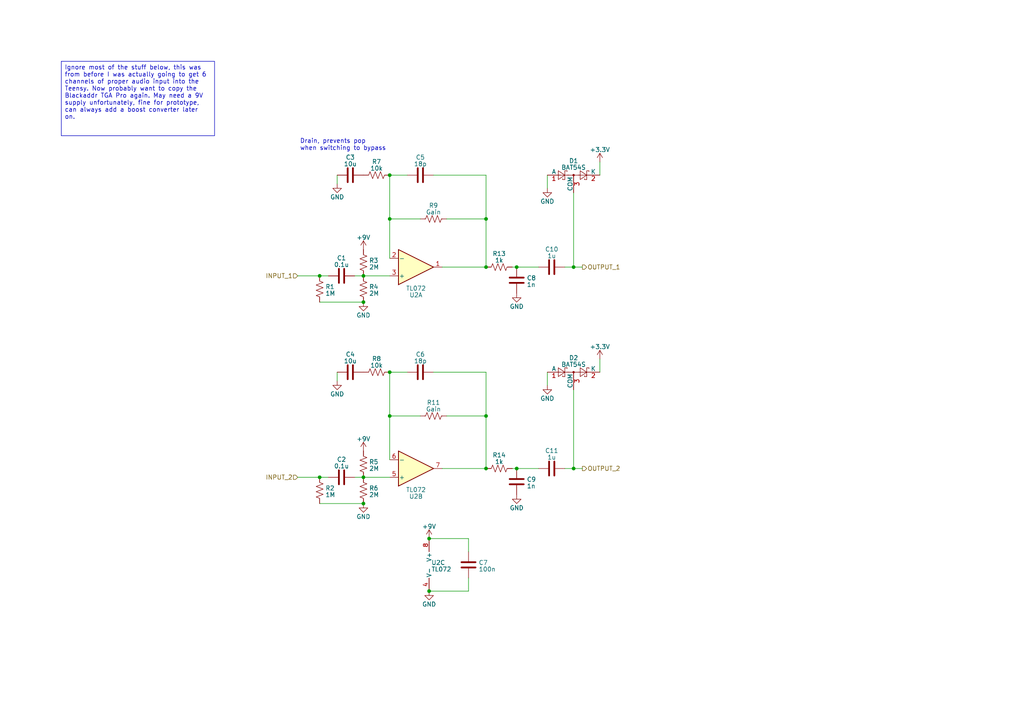
<source format=kicad_sch>
(kicad_sch (version 20230121) (generator eeschema)
  (paper "A4")
  (lib_symbols
    (symbol "Amplifier_Operational:TL072" (pin_names (offset 0.127))
      (property "Reference" "U" (at 0 5.08 0))
      (property "Value" "TL072" (at 0 -5.08 0))
      (symbol "TL072_1_1"
        (polyline (pts (xy -5.08 5.08) (xy 5.08 0) (xy -5.08 -5.08) (xy -5.08 5.08)) (stroke (width 0.254)) (fill (type background)))
        (pin output line (at 7.62 0 180) (length 2.54) (name "~") (number "1"))
        (pin input line (at -7.62 -2.54 0) (length 2.54) (name "-") (number "2"))
        (pin input line (at -7.62 2.54 0) (length 2.54) (name "+") (number "3"))
      )
      (symbol "TL072_2_1"
        (polyline (pts (xy -5.08 5.08) (xy 5.08 0) (xy -5.08 -5.08) (xy -5.08 5.08)) (stroke (width 0.254)) (fill (type background)))
        (pin input line (at -7.62 2.54 0) (length 2.54) (name "+") (number "5"))
        (pin input line (at -7.62 -2.54 0) (length 2.54) (name "-") (number "6"))
        (pin output line (at 7.62 0 180) (length 2.54) (name "~") (number "7"))
      )
      (symbol "TL072_3_1"
        (pin power_in line (at -2.54 -7.62 90) (length 3.81) (name "V-") (number "4"))
        (pin power_in line (at -2.54 7.62 270) (length 3.81) (name "V+") (number "8"))
      )
    )
    (symbol "Device:C" (pin_numbers hide) (pin_names (offset 0.254))
      (property "Reference" "C" (at 0.635 2.54 0))
      (property "Value" "C" (at 0.635 -2.54 0))
      (symbol "C_0_1"
        (polyline (pts (xy -2.032 -0.762) (xy 2.032 -0.762)) (stroke (width 0.508)))
        (polyline (pts (xy -2.032 0.762) (xy 2.032 0.762)) (stroke (width 0.508)))
      )
      (symbol "C_1_1"
        (pin passive line (at 0 3.81 270) (length 2.794) (name "~") (number "1"))
        (pin passive line (at 0 -3.81 90) (length 2.794) (name "~") (number "2"))
      )
    )
    (symbol "Device:R_US" (pin_numbers hide) (pin_names (offset 0))
      (property "Reference" "R" (at 2.54 0 90))
      (property "Value" "R_US" (at -2.54 0 90))
      (symbol "R_US_0_1"
        (polyline (pts (xy 0 -2.286) (xy 0 -2.54)))
        (polyline (pts (xy 0 2.286) (xy 0 2.54)))
        (polyline (pts (xy 0 -0.762) (xy 1.016 -1.143) (xy 0 -1.524) (xy -1.016 -1.905) (xy 0 -2.286)))
        (polyline (pts (xy 0 0.762) (xy 1.016 0.381) (xy 0 0) (xy -1.016 -0.381) (xy 0 -0.762)))
        (polyline (pts (xy 0 2.286) (xy 1.016 1.905) (xy 0 1.524) (xy -1.016 1.143) (xy 0 0.762)))
      )
      (symbol "R_US_1_1"
        (pin passive line (at 0 3.81 270) (length 1.27) (name "~") (number "1"))
        (pin passive line (at 0 -3.81 90) (length 1.27) (name "~") (number "2"))
      )
    )
    (symbol "Diode:BAT54S" (pin_names (offset 0))
      (property "Reference" "D" (at 2.54 -5.08 0))
      (property "Value" "BAT54S" (at -6.35 3.175 0))
      (symbol "BAT54S_0_1"
        (polyline (pts (xy -3.81 0) (xy -1.27 0)))
        (polyline (pts (xy -3.175 -1.27) (xy -3.175 -1.016)))
        (polyline (pts (xy -2.54 -1.27) (xy -3.175 -1.27)))
        (polyline (pts (xy -2.54 -1.27) (xy -2.54 1.27)))
        (polyline (pts (xy -2.54 1.27) (xy -1.905 1.27)))
        (polyline (pts (xy -1.905 0) (xy 1.905 0)))
        (polyline (pts (xy -1.905 1.27) (xy -1.905 1.016)))
        (polyline (pts (xy 1.27 0) (xy 3.81 0)))
        (polyline (pts (xy 3.175 -1.27) (xy 3.175 -1.016)))
        (polyline (pts (xy 3.81 -1.27) (xy 3.175 -1.27)))
        (polyline (pts (xy 3.81 -1.27) (xy 3.81 1.27)))
        (polyline (pts (xy 3.81 1.27) (xy 4.445 1.27)))
        (polyline (pts (xy 4.445 1.27) (xy 4.445 1.016)))
        (polyline (pts (xy -4.445 1.27) (xy -4.445 -1.27) (xy -2.54 0) (xy -4.445 1.27)))
        (polyline (pts (xy 1.905 1.27) (xy 1.905 -1.27) (xy 3.81 0) (xy 1.905 1.27)))
        (circle (center 0 0) (radius 0.254) (fill (type outline)))
      )
      (symbol "BAT54S_1_1"
        (pin passive line (at -7.62 0 0) (length 3.81) (name "A") (number "1"))
        (pin passive line (at 7.62 0 180) (length 3.81) (name "K") (number "2"))
        (pin passive line (at 0 -5.08 90) (length 5.08) (name "COM") (number "3"))
      )
    )
    (symbol "power:+3.3V" (power) (pin_names (offset 0))
      (property "Value" "+3.3V" (at 0 3.556 0))
      (symbol "+3.3V_0_1"
        (polyline (pts (xy -0.762 1.27) (xy 0 2.54)))
        (polyline (pts (xy 0 0) (xy 0 2.54)))
        (polyline (pts (xy 0 2.54) (xy 0.762 1.27)))
      )
      (symbol "+3.3V_1_1"
        (pin power_in line (at 0 0 90) (length 0) hide (name "+3.3V") (number "1"))
      )
    )
    (symbol "power:+9V" (power) (pin_names (offset 0))
      (property "Value" "+9V" (at 0 3.556 0))
      (symbol "+9V_0_1"
        (polyline (pts (xy -0.762 1.27) (xy 0 2.54)))
        (polyline (pts (xy 0 0) (xy 0 2.54)))
        (polyline (pts (xy 0 2.54) (xy 0.762 1.27)))
      )
      (symbol "+9V_1_1"
        (pin power_in line (at 0 0 90) (length 0) hide (name "+9V") (number "1"))
      )
    )
    (symbol "power:GND" (power) (pin_names (offset 0))
      (property "Value" "GND" (at 0 -3.81 0))
      (symbol "GND_0_1"
        (polyline (pts (xy 0 0) (xy 0 -1.27) (xy 1.27 -1.27) (xy 0 -2.54) (xy -1.27 -1.27) (xy 0 -1.27)))
      )
      (symbol "GND_1_1"
        (pin power_in line (at 0 0 270) (length 0) hide (name "GND") (number "1"))
      )
    )
  )
  (junction (at 105.41 146.05))
  (junction (at 105.41 138.43))
  (junction (at 140.97 77.47))
  (junction (at 124.46 171.45))
  (junction (at 92.71 138.43))
  (junction (at 113.03 120.65))
  (junction (at 140.97 135.89))
  (junction (at 149.86 135.89))
  (junction (at 140.97 120.65))
  (junction (at 105.41 87.63))
  (junction (at 113.03 63.5))
  (junction (at 149.86 77.47))
  (junction (at 105.41 80.01))
  (junction (at 113.03 107.95))
  (junction (at 92.71 80.01))
  (junction (at 124.46 156.21))
  (junction (at 166.37 135.89))
  (junction (at 166.37 77.47))
  (junction (at 113.03 50.8))
  (junction (at 140.97 63.5))
  (wire (pts (xy 125.73 50.8) (xy 140.97 50.8)))
  (wire (pts (xy 113.03 50.8) (xy 113.03 63.5)))
  (wire (pts (xy 163.83 77.47) (xy 166.37 77.47)))
  (wire (pts (xy 113.03 63.5) (xy 121.92 63.5)))
  (wire (pts (xy 92.71 146.05) (xy 105.41 146.05)))
  (wire (pts (xy 140.97 107.95) (xy 140.97 120.65)))
  (wire (pts (xy 166.37 77.47) (xy 168.91 77.47)))
  (wire (pts (xy 149.86 77.47) (xy 156.21 77.47)))
  (wire (pts (xy 113.03 50.8) (xy 118.11 50.8)))
  (wire (pts (xy 135.89 167.64) (xy 135.89 171.45)))
  (wire (pts (xy 129.54 63.5) (xy 140.97 63.5)))
  (wire (pts (xy 92.71 80.01) (xy 95.25 80.01)))
  (wire (pts (xy 173.99 46.99) (xy 173.99 50.8)))
  (wire (pts (xy 113.03 120.65) (xy 121.92 120.65)))
  (wire (pts (xy 92.71 87.63) (xy 105.41 87.63)))
  (wire (pts (xy 113.03 120.65) (xy 113.03 133.35)))
  (wire (pts (xy 105.41 138.43) (xy 113.03 138.43)))
  (wire (pts (xy 148.59 77.47) (xy 149.86 77.47)))
  (wire (pts (xy 173.99 104.14) (xy 173.99 107.95)))
  (wire (pts (xy 86.36 80.01) (xy 92.71 80.01)))
  (wire (pts (xy 113.03 63.5) (xy 113.03 74.93)))
  (wire (pts (xy 97.79 107.95) (xy 97.79 110.49)))
  (wire (pts (xy 140.97 50.8) (xy 140.97 63.5)))
  (wire (pts (xy 113.03 107.95) (xy 113.03 120.65)))
  (wire (pts (xy 140.97 63.5) (xy 140.97 77.47)))
  (wire (pts (xy 102.87 138.43) (xy 105.41 138.43)))
  (wire (pts (xy 166.37 77.47) (xy 166.37 55.88)))
  (wire (pts (xy 97.79 50.8) (xy 97.79 53.34)))
  (wire (pts (xy 125.73 107.95) (xy 140.97 107.95)))
  (wire (pts (xy 92.71 138.43) (xy 95.25 138.43)))
  (wire (pts (xy 102.87 80.01) (xy 105.41 80.01)))
  (wire (pts (xy 129.54 120.65) (xy 140.97 120.65)))
  (wire (pts (xy 148.59 135.89) (xy 149.86 135.89)))
  (wire (pts (xy 158.75 107.95) (xy 158.75 111.76)))
  (wire (pts (xy 86.36 138.43) (xy 92.71 138.43)))
  (wire (pts (xy 140.97 120.65) (xy 140.97 135.89)))
  (wire (pts (xy 140.97 77.47) (xy 128.27 77.47)))
  (wire (pts (xy 113.03 107.95) (xy 118.11 107.95)))
  (wire (pts (xy 158.75 50.8) (xy 158.75 54.61)))
  (wire (pts (xy 163.83 135.89) (xy 166.37 135.89)))
  (wire (pts (xy 124.46 156.21) (xy 135.89 156.21)))
  (wire (pts (xy 135.89 171.45) (xy 124.46 171.45)))
  (wire (pts (xy 105.41 80.01) (xy 113.03 80.01)))
  (wire (pts (xy 135.89 156.21) (xy 135.89 160.02)))
  (wire (pts (xy 149.86 135.89) (xy 156.21 135.89)))
  (wire (pts (xy 140.97 135.89) (xy 128.27 135.89)))
  (wire (pts (xy 166.37 135.89) (xy 168.91 135.89)))
  (wire (pts (xy 166.37 135.89) (xy 166.37 113.03)))
  (text_box "Ignore most of the stuff below, this was from before I was actually going to get 6 channels of proper audio input into the Teensy. Now probably want to copy the Blackaddr TGA Pro again. May need a 9V supply unfortunately, fine for prototype, can always add a boost converter later on." (at 17.78 17.78 0) (size 44.45 21.59) (effects (font (size 1.27 1.27)) (justify left top)))
  (text "Drain, prevents pop\nwhen switching to bypass" (at 86.995 43.815 0) (effects (font (size 1.27 1.27)) (justify left bottom)))
  (hierarchical_label "INPUT_2" (shape input) (at 86.36 138.43 180))
  (hierarchical_label "OUTPUT_2" (shape output) (at 168.91 135.89 0))
  (hierarchical_label "OUTPUT_1" (shape output) (at 168.91 77.47 0))
  (hierarchical_label "INPUT_1" (shape input) (at 86.36 80.01 180))
  (symbol (lib_id "Device:R_US") (at 105.41 142.24 0) (unit 1)
    (property "Reference" "R6" (at 107.061 141.5963 0) (effects (justify left)))
    (property "Value" "2M" (at 107.061 143.5173 0) (effects (justify left)))
    (property "Footprint" "Resistor_SMD:R_0603_1608Metric" (effects hide))
    (instances (project "body" (path "" (reference "R6") (unit 1)) (path "" (reference "R20") (unit 1)) (path "" (reference "R34") (unit 1))) (project "stomp_00" (path "" (reference "R9") (unit 1))))
  )
  (symbol (lib_id "Device:C") (at 135.89 163.83 180) (unit 1)
    (property "Reference" "C7" (at 138.811 163.1863 0) (effects (justify right)))
    (property "Value" "100n" (at 138.811 165.1073 0) (effects (justify right)))
    (property "Footprint" "Capacitor_SMD:C_0603_1608Metric" (effects hide))
    (instances (project "body" (path "" (reference "C7") (unit 1)) (path "" (reference "C18") (unit 1)) (path "" (reference "C56") (unit 1))) (project "stomp_00" (path "" (reference "C13") (unit 1))))
  )
  (symbol (lib_id "power:+9V") (at 105.41 72.39 0) (unit 1)
    (property "Reference" "#PWR05" (effects hide))
    (property "Value" "+9V" (at 105.41 68.8881 0))
    (instances (project "body" (path "" (reference "#PWR05") (unit 1)) (path "" (reference "#PWR019") (unit 1)) (path "" (reference "#PWR055") (unit 1))) (project "stomp_00" (path "" (reference "#PWR019") (unit 1))))
  )
  (symbol (lib_id "Device:C") (at 101.6 107.95 90) (unit 1)
    (property "Reference" "C4" (at 101.6 102.7811 90))
    (property "Value" "10u" (at 101.6 104.7021 90))
    (property "Footprint" "Capacitor_SMD:C_0603_1608Metric" (effects hide))
    (instances (project "body" (path "" (reference "C4") (unit 1)) (path "" (reference "C15") (unit 1)) (path "" (reference "C53") (unit 1))) (project "stomp_00" (path "" (reference "C10") (unit 1))))
  )
  (symbol (lib_id "Device:R_US") (at 92.71 142.24 0) (unit 1)
    (property "Reference" "R2" (at 94.361 141.5963 0) (effects (justify left)))
    (property "Value" "1M" (at 94.361 143.5173 0) (effects (justify left)))
    (property "Footprint" "Resistor_SMD:R_0603_1608Metric" (effects hide))
    (instances (project "body" (path "" (reference "R2") (unit 1)) (path "" (reference "R16") (unit 1)) (path "" (reference "R30") (unit 1))) (project "stomp_00" (path "" (reference "R5") (unit 1))))
  )
  (symbol (lib_id "Device:R_US") (at 144.78 77.47 90) (unit 1)
    (property "Reference" "R13" (at 144.78 73.5711 90))
    (property "Value" "1k" (at 144.78 75.4921 90))
    (property "Footprint" "Resistor_SMD:R_0603_1608Metric" (effects hide))
    (instances (project "body" (path "" (reference "R13") (unit 1)) (path "" (reference "R27") (unit 1)) (path "" (reference "R41") (unit 1))) (project "stomp_00" (path "" (reference "R16") (unit 1))))
  )
  (symbol (lib_id "Diode:BAT54S") (at 166.37 107.95 0) (unit 1)
    (property "Reference" "D2" (at 166.37 103.7971 0))
    (property "Value" "BAT54S" (at 166.37 105.7181 0))
    (property "Footprint" "Package_TO_SOT_SMD:SOT-23" (effects hide))
    (property "Datasheet" "https://www.diodes.com/assets/Datasheets/ds11005.pdf" (effects hide))
    (instances (project "body" (path "" (reference "D2") (unit 1)) (path "" (reference "D4") (unit 1)) (path "" (reference "D6") (unit 1))) (project "stomp_00" (path "" (reference "D4") (unit 1))))
  )
  (symbol (lib_id "Device:C") (at 149.86 139.7 0) (unit 1)
    (property "Reference" "C9" (at 152.781 139.0563 0) (effects (justify left)))
    (property "Value" "1n" (at 152.781 140.9773 0) (effects (justify left)))
    (property "Footprint" "Capacitor_SMD:C_0603_1608Metric" (effects hide))
    (instances (project "body" (path "" (reference "C9") (unit 1)) (path "" (reference "C47") (unit 1)) (path "" (reference "C58") (unit 1))) (project "stomp_00" (path "" (reference "C15") (unit 1))))
  )
  (symbol (lib_id "power:GND") (at 97.79 110.49 0) (unit 1)
    (property "Reference" "#PWR04" (effects hide))
    (property "Value" "GND" (at 97.79 114.3 0))
    (instances (project "body" (path "" (reference "#PWR04") (unit 1)) (path "" (reference "#PWR018") (unit 1)) (path "" (reference "#PWR032") (unit 1))) (project "stomp_00" (path "" (reference "#PWR018") (unit 1))))
  )
  (symbol (lib_id "Device:R_US") (at 92.71 83.82 0) (unit 1)
    (property "Reference" "R1" (at 94.361 83.1763 0) (effects (justify left)))
    (property "Value" "1M" (at 94.361 85.0973 0) (effects (justify left)))
    (property "Footprint" "Resistor_SMD:R_0603_1608Metric" (effects hide))
    (instances (project "body" (path "" (reference "R1") (unit 1)) (path "" (reference "R15") (unit 1)) (path "" (reference "R29") (unit 1))) (project "stomp_00" (path "" (reference "R4") (unit 1))))
  )
  (symbol (lib_id "Amplifier_Operational:TL072") (at 120.65 135.89 0) (mirror x) (unit 2)
    (property "Reference" "U2" (at 120.65 143.9799 0))
    (property "Value" "TL072" (at 120.65 142.0589 0))
    (property "Footprint" "Package_SO:SOIC-8_3.9x4.9mm_P1.27mm" (effects hide))
    (property "Datasheet" "http://www.ti.com/lit/ds/symlink/tl071.pdf" (effects hide))
    (instances (project "body" (path "" (reference "U2") (unit 2)) (path "" (reference "U3") (unit 2)) (path "" (reference "U4") (unit 2))) (project "stomp_00" (path "" (reference "U2") (unit 2)) (path "" (reference "U3") (unit 2))))
  )
  (symbol (lib_id "power:+3.3V") (at 173.99 46.99 0) (unit 1)
    (property "Reference" "#PWR015" (effects hide))
    (property "Value" "+3.3V" (at 173.99 43.434 0))
    (instances (project "body" (path "" (reference "#PWR015") (unit 1)) (path "" (reference "#PWR029") (unit 1)) (path "" (reference "#PWR065") (unit 1))) (project "stomp_00" (path "" (reference "#PWR029") (unit 1))))
  )
  (symbol (lib_id "Device:R_US") (at 109.22 50.8 90) (unit 1)
    (property "Reference" "R7" (at 109.22 46.9011 90))
    (property "Value" "10k" (at 109.22 48.8221 90))
    (property "Footprint" "Resistor_SMD:R_0603_1608Metric" (effects hide))
    (instances (project "body" (path "" (reference "R7") (unit 1)) (path "" (reference "R21") (unit 1)) (path "" (reference "R35") (unit 1))) (project "stomp_00" (path "" (reference "R10") (unit 1))))
  )
  (symbol (lib_id "Device:C") (at 101.6 50.8 90) (unit 1)
    (property "Reference" "C3" (at 101.6 45.6311 90))
    (property "Value" "10u" (at 101.6 47.5521 90))
    (property "Footprint" "Capacitor_SMD:C_0603_1608Metric" (effects hide))
    (instances (project "body" (path "" (reference "C3") (unit 1)) (path "" (reference "C14") (unit 1)) (path "" (reference "C52") (unit 1))) (project "stomp_00" (path "" (reference "C9") (unit 1))))
  )
  (symbol (lib_id "power:GND") (at 158.75 54.61 0) (unit 1)
    (property "Reference" "#PWR013" (effects hide))
    (property "Value" "GND" (at 158.75 58.42 0))
    (instances (project "body" (path "" (reference "#PWR013") (unit 1)) (path "" (reference "#PWR027") (unit 1)) (path "" (reference "#PWR063") (unit 1))) (project "stomp_00" (path "" (reference "#PWR027") (unit 1))))
  )
  (symbol (lib_id "Amplifier_Operational:TL072") (at 127 163.83 0) (unit 3)
    (property "Reference" "U2" (at 125.095 163.1863 0) (effects (justify left)))
    (property "Value" "TL072" (at 125.095 165.1073 0) (effects (justify left)))
    (property "Footprint" "Package_SO:SOIC-8_3.9x4.9mm_P1.27mm" (effects hide))
    (property "Datasheet" "http://www.ti.com/lit/ds/symlink/tl071.pdf" (effects hide))
    (instances (project "body" (path "" (reference "U2") (unit 3)) (path "" (reference "U3") (unit 3)) (path "" (reference "U4") (unit 3))) (project "stomp_00" (path "" (reference "U2") (unit 3)) (path "" (reference "U3") (unit 3))))
  )
  (symbol (lib_id "power:GND") (at 105.41 146.05 0) (unit 1)
    (property "Reference" "#PWR08" (effects hide))
    (property "Value" "GND" (at 105.41 149.86 0))
    (instances (project "body" (path "" (reference "#PWR08") (unit 1)) (path "" (reference "#PWR022") (unit 1)) (path "" (reference "#PWR058") (unit 1))) (project "stomp_00" (path "" (reference "#PWR022") (unit 1))))
  )
  (symbol (lib_id "power:GND") (at 124.46 171.45 0) (unit 1)
    (property "Reference" "#PWR010" (effects hide))
    (property "Value" "GND" (at 124.46 175.26 0))
    (instances (project "body" (path "" (reference "#PWR010") (unit 1)) (path "" (reference "#PWR024") (unit 1)) (path "" (reference "#PWR060") (unit 1))) (project "stomp_00" (path "" (reference "#PWR024") (unit 1))))
  )
  (symbol (lib_id "Amplifier_Operational:TL072") (at 120.65 77.47 0) (mirror x) (unit 1)
    (property "Reference" "U2" (at 120.65 85.5599 0))
    (property "Value" "TL072" (at 120.65 83.6389 0))
    (property "Footprint" "Package_SO:SOIC-8_3.9x4.9mm_P1.27mm" (effects hide))
    (property "Datasheet" "http://www.ti.com/lit/ds/symlink/tl071.pdf" (effects hide))
    (instances (project "body" (path "" (reference "U2") (unit 1)) (path "" (reference "U3") (unit 1)) (path "" (reference "U4") (unit 1))) (project "stomp_00" (path "" (reference "U2") (unit 1)) (path "" (reference "U3") (unit 1))))
  )
  (symbol (lib_id "Device:R_US") (at 109.22 107.95 90) (unit 1)
    (property "Reference" "R8" (at 109.22 104.0511 90))
    (property "Value" "10k" (at 109.22 105.9721 90))
    (property "Footprint" "Resistor_SMD:R_0603_1608Metric" (effects hide))
    (instances (project "body" (path "" (reference "R8") (unit 1)) (path "" (reference "R22") (unit 1)) (path "" (reference "R36") (unit 1))) (project "stomp_00" (path "" (reference "R11") (unit 1))))
  )
  (symbol (lib_id "Device:R_US") (at 105.41 134.62 0) (unit 1)
    (property "Reference" "R5" (at 107.061 133.9763 0) (effects (justify left)))
    (property "Value" "2M" (at 107.061 135.8973 0) (effects (justify left)))
    (property "Footprint" "Resistor_SMD:R_0603_1608Metric" (effects hide))
    (instances (project "body" (path "" (reference "R5") (unit 1)) (path "" (reference "R19") (unit 1)) (path "" (reference "R33") (unit 1))) (project "stomp_00" (path "" (reference "R8") (unit 1))))
  )
  (symbol (lib_id "Device:C") (at 121.92 50.8 90) (unit 1)
    (property "Reference" "C5" (at 121.92 45.6311 90))
    (property "Value" "18p" (at 121.92 47.5521 90))
    (property "Footprint" "Capacitor_SMD:C_0603_1608Metric" (effects hide))
    (instances (project "body" (path "" (reference "C5") (unit 1)) (path "" (reference "C16") (unit 1)) (path "" (reference "C54") (unit 1))) (project "stomp_00" (path "" (reference "C11") (unit 1))))
  )
  (symbol (lib_id "Device:C") (at 99.06 138.43 90) (unit 1)
    (property "Reference" "C2" (at 99.06 133.2611 90))
    (property "Value" "0.1u" (at 99.06 135.1821 90))
    (property "Footprint" "Capacitor_SMD:C_0603_1608Metric" (effects hide))
    (instances (project "body" (path "" (reference "C2") (unit 1)) (path "" (reference "C13") (unit 1)) (path "" (reference "C51") (unit 1))) (project "stomp_00" (path "" (reference "C8") (unit 1))))
  )
  (symbol (lib_id "power:GND") (at 158.75 111.76 0) (unit 1)
    (property "Reference" "#PWR014" (effects hide))
    (property "Value" "GND" (at 158.75 115.57 0))
    (instances (project "body" (path "" (reference "#PWR014") (unit 1)) (path "" (reference "#PWR028") (unit 1)) (path "" (reference "#PWR064") (unit 1))) (project "stomp_00" (path "" (reference "#PWR028") (unit 1))))
  )
  (symbol (lib_id "Device:R_US") (at 125.73 120.65 90) (unit 1)
    (property "Reference" "R11" (at 125.73 116.7511 90))
    (property "Value" "Gain" (at 125.73 118.6721 90))
    (property "Footprint" "Resistor_THT:R_Axial_DIN0207_L6.3mm_D2.5mm_P2.54mm_Vertical" (effects hide))
    (instances (project "body" (path "" (reference "R11") (unit 1)) (path "" (reference "R25") (unit 1)) (path "" (reference "R39") (unit 1))) (project "stomp_00" (path "" (reference "R14") (unit 1))))
  )
  (symbol (lib_id "Device:C") (at 99.06 80.01 90) (unit 1)
    (property "Reference" "C1" (at 99.06 74.8411 90))
    (property "Value" "0.1u" (at 99.06 76.7621 90))
    (property "Footprint" "Capacitor_SMD:C_0603_1608Metric" (effects hide))
    (instances (project "body" (path "" (reference "C1") (unit 1)) (path "" (reference "C12") (unit 1)) (path "" (reference "C50") (unit 1))) (project "stomp_00" (path "" (reference "C7") (unit 1))))
  )
  (symbol (lib_id "Device:C") (at 121.92 107.95 90) (unit 1)
    (property "Reference" "C6" (at 121.92 102.7811 90))
    (property "Value" "18p" (at 121.92 104.7021 90))
    (property "Footprint" "Capacitor_SMD:C_0603_1608Metric" (effects hide))
    (instances (project "body" (path "" (reference "C6") (unit 1)) (path "" (reference "C17") (unit 1)) (path "" (reference "C55") (unit 1))) (project "stomp_00" (path "" (reference "C12") (unit 1))))
  )
  (symbol (lib_id "power:+9V") (at 124.46 156.21 0) (unit 1)
    (property "Reference" "#PWR09" (effects hide))
    (property "Value" "+9V" (at 124.46 152.7081 0))
    (instances (project "body" (path "" (reference "#PWR09") (unit 1)) (path "" (reference "#PWR023") (unit 1)) (path "" (reference "#PWR059") (unit 1))) (project "stomp_00" (path "" (reference "#PWR023") (unit 1))))
  )
  (symbol (lib_id "Device:R_US") (at 105.41 76.2 0) (unit 1)
    (property "Reference" "R3" (at 107.061 75.5563 0) (effects (justify left)))
    (property "Value" "2M" (at 107.061 77.4773 0) (effects (justify left)))
    (property "Footprint" "Resistor_SMD:R_0603_1608Metric" (effects hide))
    (instances (project "body" (path "" (reference "R3") (unit 1)) (path "" (reference "R17") (unit 1)) (path "" (reference "R31") (unit 1))) (project "stomp_00" (path "" (reference "R6") (unit 1))))
  )
  (symbol (lib_id "Device:R_US") (at 125.73 63.5 90) (unit 1)
    (property "Reference" "R9" (at 125.73 59.6011 90))
    (property "Value" "Gain" (at 125.73 61.5221 90))
    (property "Footprint" "Resistor_THT:R_Axial_DIN0207_L6.3mm_D2.5mm_P2.54mm_Vertical" (effects hide))
    (instances (project "body" (path "" (reference "R9") (unit 1)) (path "" (reference "R23") (unit 1)) (path "" (reference "R37") (unit 1))) (project "stomp_00" (path "" (reference "R12") (unit 1))))
  )
  (symbol (lib_id "power:+9V") (at 105.41 130.81 0) (unit 1)
    (property "Reference" "#PWR07" (effects hide))
    (property "Value" "+9V" (at 105.41 127.3081 0))
    (instances (project "body" (path "" (reference "#PWR07") (unit 1)) (path "" (reference "#PWR021") (unit 1)) (path "" (reference "#PWR057") (unit 1))) (project "stomp_00" (path "" (reference "#PWR021") (unit 1))))
  )
  (symbol (lib_id "Device:C") (at 160.02 77.47 270) (unit 1)
    (property "Reference" "C10" (at 160.02 72.3011 90))
    (property "Value" "1u" (at 160.02 74.2221 90))
    (property "Footprint" "Capacitor_SMD:C_0603_1608Metric" (effects hide))
    (instances (project "body" (path "" (reference "C10") (unit 1)) (path "" (reference "C48") (unit 1)) (path "" (reference "C59") (unit 1))) (project "stomp_00" (path "" (reference "C16") (unit 1))))
  )
  (symbol (lib_id "Device:R_US") (at 105.41 83.82 0) (unit 1)
    (property "Reference" "R4" (at 107.061 83.1763 0) (effects (justify left)))
    (property "Value" "2M" (at 107.061 85.0973 0) (effects (justify left)))
    (property "Footprint" "Resistor_SMD:R_0603_1608Metric" (effects hide))
    (instances (project "body" (path "" (reference "R4") (unit 1)) (path "" (reference "R18") (unit 1)) (path "" (reference "R32") (unit 1))) (project "stomp_00" (path "" (reference "R7") (unit 1))))
  )
  (symbol (lib_id "power:GND") (at 105.41 87.63 0) (unit 1)
    (property "Reference" "#PWR06" (effects hide))
    (property "Value" "GND" (at 105.41 91.44 0))
    (instances (project "body" (path "" (reference "#PWR06") (unit 1)) (path "" (reference "#PWR020") (unit 1)) (path "" (reference "#PWR056") (unit 1))) (project "stomp_00" (path "" (reference "#PWR020") (unit 1))))
  )
  (symbol (lib_id "power:GND") (at 149.86 143.51 0) (unit 1)
    (property "Reference" "#PWR012" (effects hide))
    (property "Value" "GND" (at 149.86 147.32 0))
    (instances (project "body" (path "" (reference "#PWR012") (unit 1)) (path "" (reference "#PWR026") (unit 1)) (path "" (reference "#PWR062") (unit 1))) (project "stomp_00" (path "" (reference "#PWR026") (unit 1))))
  )
  (symbol (lib_id "power:+3.3V") (at 173.99 104.14 0) (unit 1)
    (property "Reference" "#PWR016" (effects hide))
    (property "Value" "+3.3V" (at 173.99 100.584 0))
    (instances (project "body" (path "" (reference "#PWR016") (unit 1)) (path "" (reference "#PWR030") (unit 1)) (path "" (reference "#PWR066") (unit 1))) (project "stomp_00" (path "" (reference "#PWR030") (unit 1))))
  )
  (symbol (lib_id "power:GND") (at 97.79 53.34 0) (unit 1)
    (property "Reference" "#PWR03" (effects hide))
    (property "Value" "GND" (at 97.79 57.15 0))
    (instances (project "body" (path "" (reference "#PWR03") (unit 1)) (path "" (reference "#PWR017") (unit 1)) (path "" (reference "#PWR031") (unit 1))) (project "stomp_00" (path "" (reference "#PWR017") (unit 1))))
  )
  (symbol (lib_id "Device:C") (at 149.86 81.28 0) (unit 1)
    (property "Reference" "C8" (at 152.781 80.6363 0) (effects (justify left)))
    (property "Value" "1n" (at 152.781 82.5573 0) (effects (justify left)))
    (property "Footprint" "Capacitor_SMD:C_0603_1608Metric" (effects hide))
    (instances (project "body" (path "" (reference "C8") (unit 1)) (path "" (reference "C46") (unit 1)) (path "" (reference "C57") (unit 1))) (project "stomp_00" (path "" (reference "C14") (unit 1))))
  )
  (symbol (lib_id "Device:R_US") (at 144.78 135.89 90) (unit 1)
    (property "Reference" "R14" (at 144.78 131.9911 90))
    (property "Value" "1k" (at 144.78 133.9121 90))
    (property "Footprint" "Resistor_SMD:R_0603_1608Metric" (effects hide))
    (instances (project "body" (path "" (reference "R14") (unit 1)) (path "" (reference "R28") (unit 1)) (path "" (reference "R42") (unit 1))) (project "stomp_00" (path "" (reference "R17") (unit 1))))
  )
  (symbol (lib_id "Diode:BAT54S") (at 166.37 50.8 0) (unit 1)
    (property "Reference" "D1" (at 166.37 46.6471 0))
    (property "Value" "BAT54S" (at 166.37 48.5681 0))
    (property "Footprint" "Package_TO_SOT_SMD:SOT-23" (effects hide))
    (property "Datasheet" "https://www.diodes.com/assets/Datasheets/ds11005.pdf" (effects hide))
    (instances (project "body" (path "" (reference "D1") (unit 1)) (path "" (reference "D3") (unit 1)) (path "" (reference "D5") (unit 1))) (project "stomp_00" (path "" (reference "D3") (unit 1))))
  )
  (symbol (lib_id "Device:C") (at 160.02 135.89 270) (unit 1)
    (property "Reference" "C11" (at 160.02 130.7211 90))
    (property "Value" "1u" (at 160.02 132.6421 90))
    (property "Footprint" "Capacitor_SMD:C_0603_1608Metric" (effects hide))
    (instances (project "body" (path "" (reference "C11") (unit 1)) (path "" (reference "C49") (unit 1)) (path "" (reference "C60") (unit 1))) (project "stomp_00" (path "" (reference "C17") (unit 1))))
  )
  (symbol (lib_id "power:GND") (at 149.86 85.09 0) (unit 1)
    (property "Reference" "#PWR011" (effects hide))
    (property "Value" "GND" (at 149.86 88.9 0))
    (instances (project "body" (path "" (reference "#PWR011") (unit 1)) (path "" (reference "#PWR025") (unit 1)) (path "" (reference "#PWR061") (unit 1))) (project "stomp_00" (path "" (reference "#PWR025") (unit 1))))
  )
)
</source>
